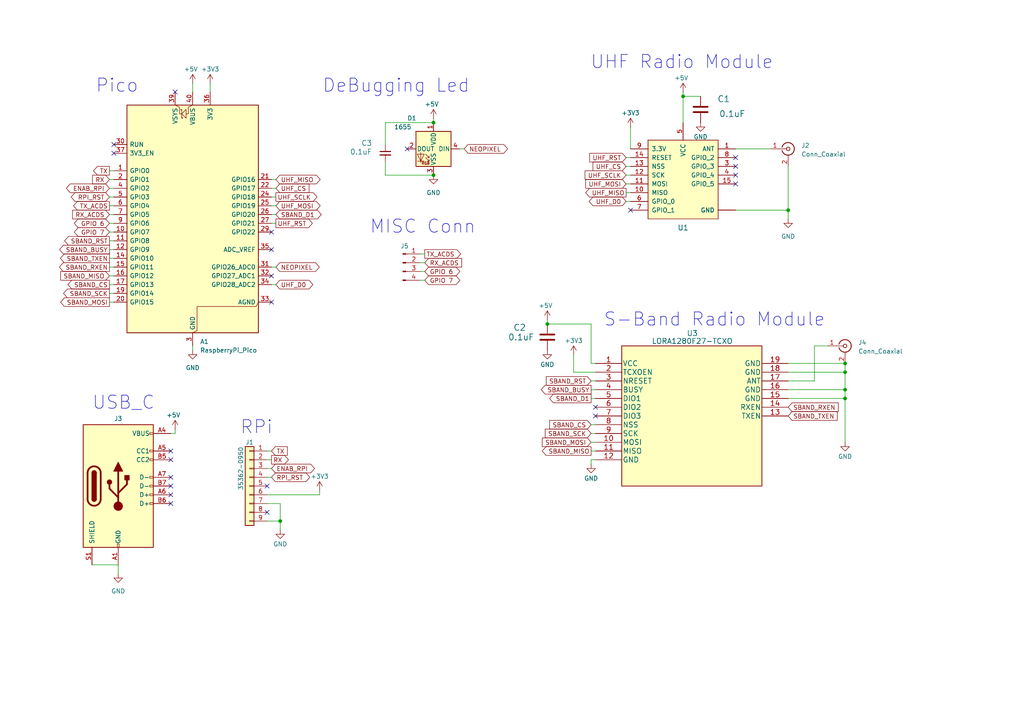
<source format=kicad_sch>
(kicad_sch (version 20250114) (generator "eeschema") (generator_version "9.0")
  (paper "A4")
  (lib_symbols
    (symbol "Connector:Conn_01x04_Pin" (pin_names (offset 1.016) (hide yes))
      (property "Reference" "J" (at 0 5.08 0))
      (property "Value" "Conn_01x04_Pin" (at 0 -7.62 0))
      (symbol "Conn_01x04_Pin_1_1"
        (rectangle (start 0.8636 2.667) (end 0 2.413) (stroke (width 0.1524)) (fill (type outline)))
        (rectangle (start 0.8636 0.127) (end 0 -0.127) (stroke (width 0.1524)) (fill (type outline)))
        (rectangle (start 0.8636 -2.413) (end 0 -2.667) (stroke (width 0.1524)) (fill (type outline)))
        (rectangle (start 0.8636 -4.953) (end 0 -5.207) (stroke (width 0.1524)) (fill (type outline)))
        (polyline (pts (xy 1.27 2.54) (xy 0.8636 2.54)) (stroke (width 0.1524)))
        (polyline (pts (xy 1.27 0) (xy 0.8636 0)) (stroke (width 0.1524)))
        (polyline (pts (xy 1.27 -2.54) (xy 0.8636 -2.54)) (stroke (width 0.1524)))
        (polyline (pts (xy 1.27 -5.08) (xy 0.8636 -5.08)) (stroke (width 0.1524)))
        (pin passive line (at 5.08 2.54 180) (length 3.81) (name "Pin_1") (number "1"))
        (pin passive line (at 5.08 0 180) (length 3.81) (name "Pin_2") (number "2"))
        (pin passive line (at 5.08 -2.54 180) (length 3.81) (name "Pin_3") (number "3"))
        (pin passive line (at 5.08 -5.08 180) (length 3.81) (name "Pin_4") (number "4"))
      )
    )
    (symbol "Connector:Conn_Coaxial" (pin_names (offset 1.016) (hide yes))
      (property "Reference" "J" (at 0.254 3.048 0))
      (property "Value" "Conn_Coaxial" (at 2.921 0 90))
      (symbol "Conn_Coaxial_0_1"
        (polyline (pts (xy -2.54 0) (xy -0.508 0)))
        (arc (start 1.778 0) (mid 0.222 -1.8079) (end -1.778 -0.508) (stroke (width 0.254)))
        (arc (start -1.778 0.508) (mid 0.2221 1.8084) (end 1.778 0) (stroke (width 0.254)))
        (circle (center 0 0) (radius 0.508) (stroke (width 0.2032)))
        (polyline (pts (xy 0 -2.54) (xy 0 -1.778)))
      )
      (symbol "Conn_Coaxial_1_1"
        (pin passive line (at -5.08 0 0) (length 2.54) (name "In") (number "1"))
        (pin passive line (at 0 -5.08 90) (length 2.54) (name "Ext") (number "2"))
      )
    )
    (symbol "Connector:USB_C_Receptacle_USB2.0_14P" (pin_names (offset 1.016))
      (property "Reference" "J" (at 0 22.225 0))
      (property "Value" "USB_C_Receptacle_USB2.0_14P" (at 0 19.685 0))
      (symbol "USB_C_Receptacle_USB2.0_14P_0_0"
        (rectangle (start -0.254 -17.78) (end 0.254 -16.764))
        (rectangle (start 10.16 15.494) (end 9.144 14.986))
        (rectangle (start 10.16 10.414) (end 9.144 9.906))
        (rectangle (start 10.16 7.874) (end 9.144 7.366))
        (rectangle (start 10.16 2.794) (end 9.144 2.286))
        (rectangle (start 10.16 0.254) (end 9.144 -0.254))
        (rectangle (start 10.16 -2.286) (end 9.144 -2.794))
        (rectangle (start 10.16 -4.826) (end 9.144 -5.334))
      )
      (symbol "USB_C_Receptacle_USB2.0_14P_0_1"
        (rectangle (start -10.16 17.78) (end 10.16 -17.78) (stroke (width 0.254)) (fill (type background)))
        (polyline (pts (xy -8.89 -3.81) (xy -8.89 3.81)) (stroke (width 0.508)))
        (rectangle (start -7.62 -3.81) (end -6.35 3.81) (stroke (width 0.254)) (fill (type outline)))
        (arc (start -7.62 3.81) (mid -6.985 4.4423) (end -6.35 3.81) (stroke (width 0.254)))
        (arc (start -7.62 3.81) (mid -6.985 4.4423) (end -6.35 3.81) (stroke (width 0.254)) (fill (type outline)))
        (arc (start -8.89 3.81) (mid -6.985 5.7067) (end -5.08 3.81) (stroke (width 0.508)))
        (arc (start -5.08 -3.81) (mid -6.985 -5.7067) (end -8.89 -3.81) (stroke (width 0.508)))
        (arc (start -6.35 -3.81) (mid -6.985 -4.4423) (end -7.62 -3.81) (stroke (width 0.254)))
        (arc (start -6.35 -3.81) (mid -6.985 -4.4423) (end -7.62 -3.81) (stroke (width 0.254)) (fill (type outline)))
        (polyline (pts (xy -5.08 3.81) (xy -5.08 -3.81)) (stroke (width 0.508)))
        (circle (center -2.54 1.143) (radius 0.635) (stroke (width 0.254)) (fill (type outline)))
        (polyline (pts (xy -1.27 4.318) (xy 0 6.858) (xy 1.27 4.318) (xy -1.27 4.318)) (stroke (width 0.254)) (fill (type outline)))
        (polyline (pts (xy 0 -2.032) (xy 2.54 0.508) (xy 2.54 1.778)) (stroke (width 0.508)))
        (polyline (pts (xy 0 -3.302) (xy -2.54 -0.762) (xy -2.54 0.508)) (stroke (width 0.508)))
        (polyline (pts (xy 0 -5.842) (xy 0 4.318)) (stroke (width 0.508)))
        (circle (center 0 -5.842) (radius 1.27) (fill (type outline)))
        (rectangle (start 1.905 1.778) (end 3.175 3.048) (stroke (width 0.254)) (fill (type outline)))
      )
      (symbol "USB_C_Receptacle_USB2.0_14P_1_1"
        (pin passive line (at -7.62 -22.86 90) (length 5.08) (name "SHIELD") (number "S1"))
        (pin passive line (at 0 -22.86 90) (length 5.08) (name "GND") (number "A1"))
        (pin passive line (at 0 -22.86 90) (length 5.08) (hide yes) (name "GND") (number "A12"))
        (pin passive line (at 0 -22.86 90) (length 5.08) (hide yes) (name "GND") (number "B1"))
        (pin passive line (at 0 -22.86 90) (length 5.08) (hide yes) (name "GND") (number "B12"))
        (pin passive line (at 15.24 15.24 180) (length 5.08) (name "VBUS") (number "A4"))
        (pin passive line (at 15.24 15.24 180) (length 5.08) (hide yes) (name "VBUS") (number "A9"))
        (pin passive line (at 15.24 15.24 180) (length 5.08) (hide yes) (name "VBUS") (number "B4"))
        (pin passive line (at 15.24 15.24 180) (length 5.08) (hide yes) (name "VBUS") (number "B9"))
        (pin bidirectional line (at 15.24 10.16 180) (length 5.08) (name "CC1") (number "A5"))
        (pin bidirectional line (at 15.24 7.62 180) (length 5.08) (name "CC2") (number "B5"))
        (pin bidirectional line (at 15.24 2.54 180) (length 5.08) (name "D-") (number "A7"))
        (pin bidirectional line (at 15.24 0 180) (length 5.08) (name "D-") (number "B7"))
        (pin bidirectional line (at 15.24 -2.54 180) (length 5.08) (name "D+") (number "A6"))
        (pin bidirectional line (at 15.24 -5.08 180) (length 5.08) (name "D+") (number "B6"))
      )
    )
    (symbol "Connector_Generic:Conn_01x09" (pin_names (offset 1.016) (hide yes))
      (property "Reference" "J" (at 0 12.7 0))
      (property "Value" "Conn_01x09" (at 0 -12.7 0))
      (symbol "Conn_01x09_1_1"
        (rectangle (start -1.27 11.43) (end 1.27 -11.43) (stroke (width 0.254)) (fill (type background)))
        (rectangle (start -1.27 10.287) (end 0 10.033) (stroke (width 0.1524)))
        (rectangle (start -1.27 7.747) (end 0 7.493) (stroke (width 0.1524)))
        (rectangle (start -1.27 5.207) (end 0 4.953) (stroke (width 0.1524)))
        (rectangle (start -1.27 2.667) (end 0 2.413) (stroke (width 0.1524)))
        (rectangle (start -1.27 0.127) (end 0 -0.127) (stroke (width 0.1524)))
        (rectangle (start -1.27 -2.413) (end 0 -2.667) (stroke (width 0.1524)))
        (rectangle (start -1.27 -4.953) (end 0 -5.207) (stroke (width 0.1524)))
        (rectangle (start -1.27 -7.493) (end 0 -7.747) (stroke (width 0.1524)))
        (rectangle (start -1.27 -10.033) (end 0 -10.287) (stroke (width 0.1524)))
        (pin passive line (at -5.08 10.16 0) (length 3.81) (name "Pin_1") (number "1"))
        (pin passive line (at -5.08 7.62 0) (length 3.81) (name "Pin_2") (number "2"))
        (pin passive line (at -5.08 5.08 0) (length 3.81) (name "Pin_3") (number "3"))
        (pin passive line (at -5.08 2.54 0) (length 3.81) (name "Pin_4") (number "4"))
        (pin passive line (at -5.08 0 0) (length 3.81) (name "Pin_5") (number "5"))
        (pin passive line (at -5.08 -2.54 0) (length 3.81) (name "Pin_6") (number "6"))
        (pin passive line (at -5.08 -5.08 0) (length 3.81) (name "Pin_7") (number "7"))
        (pin passive line (at -5.08 -7.62 0) (length 3.81) (name "Pin_8") (number "8"))
        (pin passive line (at -5.08 -10.16 0) (length 3.81) (name "Pin_9") (number "9"))
      )
    )
    (symbol "Device:C" (pin_numbers (hide yes)) (pin_names (offset 0.254))
      (property "Reference" "C" (at 0.635 2.54 0))
      (property "Value" "C" (at 0.635 -2.54 0))
      (symbol "C_0_1"
        (polyline (pts (xy -2.032 0.762) (xy 2.032 0.762)) (stroke (width 0.508)))
        (polyline (pts (xy -2.032 -0.762) (xy 2.032 -0.762)) (stroke (width 0.508)))
      )
      (symbol "C_1_1"
        (pin passive line (at 0 3.81 270) (length 2.794) (name "~") (number "1"))
        (pin passive line (at 0 -3.81 90) (length 2.794) (name "~") (number "2"))
      )
    )
    (symbol "Device:C_Small" (pin_numbers (hide yes)) (pin_names (offset 0.254) (hide yes))
      (property "Reference" "C" (at 0.254 1.778 0))
      (property "Value" "C_Small" (at 0.254 -2.032 0))
      (symbol "C_Small_0_1"
        (polyline (pts (xy -1.524 0.508) (xy 1.524 0.508)) (stroke (width 0.3048)))
        (polyline (pts (xy -1.524 -0.508) (xy 1.524 -0.508)) (stroke (width 0.3302)))
      )
      (symbol "C_Small_1_1"
        (pin passive line (at 0 2.54 270) (length 2.032) (name "~") (number "1"))
        (pin passive line (at 0 -2.54 90) (length 2.032) (name "~") (number "2"))
      )
    )
    (symbol "LED:WS2812B" (pin_names (offset 0.254))
      (property "Reference" "D" (at 5.08 5.715 0))
      (property "Value" "WS2812B" (at 1.27 -5.715 0))
      (symbol "WS2812B_0_0"
        (text "RGB" (at 2.286 -4.191 0) (effects (font (size 0.762 0.762))))
      )
      (symbol "WS2812B_0_1"
        (polyline (pts (xy 1.27 -2.54) (xy 1.778 -2.54)))
        (polyline (pts (xy 1.27 -3.556) (xy 1.778 -3.556)))
        (polyline (pts (xy 2.286 -1.524) (xy 1.27 -2.54) (xy 1.27 -2.032)))
        (polyline (pts (xy 2.286 -2.54) (xy 1.27 -3.556) (xy 1.27 -3.048)))
        (polyline (pts (xy 3.683 -1.016) (xy 3.683 -3.556) (xy 3.683 -4.064)))
        (polyline (pts (xy 4.699 -1.524) (xy 2.667 -1.524) (xy 3.683 -3.556) (xy 4.699 -1.524)))
        (polyline (pts (xy 4.699 -3.556) (xy 2.667 -3.556)))
        (rectangle (start 5.08 5.08) (end -5.08 -5.08) (stroke (width 0.254)) (fill (type background)))
      )
      (symbol "WS2812B_1_1"
        (pin input line (at -7.62 0 0) (length 2.54) (name "DIN") (number "4"))
        (pin power_in line (at 0 7.62 270) (length 2.54) (name "VDD") (number "1"))
        (pin power_in line (at 0 -7.62 90) (length 2.54) (name "VSS") (number "3"))
        (pin output line (at 7.62 0 180) (length 2.54) (name "DOUT") (number "2"))
      )
    )
    (symbol "MCU_Module:RaspberryPi_Pico" (pin_names (offset 0.762))
      (property "Reference" "A" (at -19.05 35.56 0))
      (property "Value" "RaspberryPi_Pico" (at 7.62 35.56 0))
      (symbol "RaspberryPi_Pico_0_1"
        (rectangle (start -19.05 34.29) (end 19.05 -31.75) (stroke (width 0.254)) (fill (type background)))
        (polyline (pts (xy -5.08 34.29) (xy -3.81 33.655) (xy -3.81 31.75) (xy -3.175 31.75)))
        (polyline (pts (xy -3.429 32.766) (xy -3.429 33.02) (xy -3.175 33.02) (xy -3.175 30.48) (xy -2.921 30.48) (xy -2.921 30.734)))
        (polyline (pts (xy -3.175 31.75) (xy -1.905 33.02) (xy -1.905 30.48) (xy -3.175 31.75)))
        (polyline (pts (xy 0 34.29) (xy -1.27 33.655) (xy -1.27 31.75) (xy -1.905 31.75)))
        (polyline (pts (xy 0 -31.75) (xy 1.27 -31.115) (xy 1.27 -24.13) (xy 18.415 -24.13) (xy 19.05 -22.86)))
      )
      (symbol "RaspberryPi_Pico_1_1"
        (pin passive line (at -22.86 22.86 0) (length 3.81) (name "RUN") (number "30"))
        (pin passive line (at -22.86 20.32 0) (length 3.81) (name "3V3_EN") (number "37"))
        (pin bidirectional line (at -22.86 15.24 0) (length 3.81) (name "GPIO0") (number "1"))
        (pin bidirectional line (at -22.86 12.7 0) (length 3.81) (name "GPIO1") (number "2"))
        (pin bidirectional line (at -22.86 10.16 0) (length 3.81) (name "GPIO2") (number "4"))
        (pin bidirectional line (at -22.86 7.62 0) (length 3.81) (name "GPIO3") (number "5"))
        (pin bidirectional line (at -22.86 5.08 0) (length 3.81) (name "GPIO4") (number "6"))
        (pin bidirectional line (at -22.86 2.54 0) (length 3.81) (name "GPIO5") (number "7"))
        (pin bidirectional line (at -22.86 0 0) (length 3.81) (name "GPIO6") (number "9"))
        (pin bidirectional line (at -22.86 -2.54 0) (length 3.81) (name "GPIO7") (number "10"))
        (pin bidirectional line (at -22.86 -5.08 0) (length 3.81) (name "GPIO8") (number "11"))
        (pin bidirectional line (at -22.86 -7.62 0) (length 3.81) (name "GPIO9") (number "12"))
        (pin bidirectional line (at -22.86 -10.16 0) (length 3.81) (name "GPIO10") (number "14"))
        (pin bidirectional line (at -22.86 -12.7 0) (length 3.81) (name "GPIO11") (number "15"))
        (pin bidirectional line (at -22.86 -15.24 0) (length 3.81) (name "GPIO12") (number "16"))
        (pin bidirectional line (at -22.86 -17.78 0) (length 3.81) (name "GPIO13") (number "17"))
        (pin bidirectional line (at -22.86 -20.32 0) (length 3.81) (name "GPIO14") (number "19"))
        (pin bidirectional line (at -22.86 -22.86 0) (length 3.81) (name "GPIO15") (number "20"))
        (pin power_in line (at -5.08 38.1 270) (length 3.81) (name "VSYS") (number "39"))
        (pin power_out line (at 0 38.1 270) (length 3.81) (name "VBUS") (number "40"))
        (pin passive line (at 0 -35.56 90) (length 3.81) (hide yes) (name "GND") (number "13"))
        (pin passive line (at 0 -35.56 90) (length 3.81) (hide yes) (name "GND") (number "18"))
        (pin passive line (at 0 -35.56 90) (length 3.81) (hide yes) (name "GND") (number "23"))
        (pin passive line (at 0 -35.56 90) (length 3.81) (hide yes) (name "GND") (number "28"))
        (pin power_out line (at 0 -35.56 90) (length 3.81) (name "GND") (number "3"))
        (pin passive line (at 0 -35.56 90) (length 3.81) (hide yes) (name "GND") (number "38"))
        (pin passive line (at 0 -35.56 90) (length 3.81) (hide yes) (name "GND") (number "8"))
        (pin power_out line (at 5.08 38.1 270) (length 3.81) (name "3V3") (number "36"))
        (pin bidirectional line (at 22.86 12.7 180) (length 3.81) (name "GPIO16") (number "21"))
        (pin bidirectional line (at 22.86 10.16 180) (length 3.81) (name "GPIO17") (number "22"))
        (pin bidirectional line (at 22.86 7.62 180) (length 3.81) (name "GPIO18") (number "24"))
        (pin bidirectional line (at 22.86 5.08 180) (length 3.81) (name "GPIO19") (number "25"))
        (pin bidirectional line (at 22.86 2.54 180) (length 3.81) (name "GPIO20") (number "26"))
        (pin bidirectional line (at 22.86 0 180) (length 3.81) (name "GPIO21") (number "27"))
        (pin bidirectional line (at 22.86 -2.54 180) (length 3.81) (name "GPIO22") (number "29"))
        (pin power_in line (at 22.86 -7.62 180) (length 3.81) (name "ADC_VREF") (number "35"))
        (pin bidirectional line (at 22.86 -12.7 180) (length 3.81) (name "GPIO26_ADC0") (number "31"))
        (pin bidirectional line (at 22.86 -15.24 180) (length 3.81) (name "GPIO27_ADC1") (number "32"))
        (pin bidirectional line (at 22.86 -17.78 180) (length 3.81) (name "GPIO28_ADC2") (number "34"))
        (pin power_out line (at 22.86 -22.86 180) (length 3.81) (name "AGND") (number "33"))
      )
    )
    (symbol "power:+3V3" (power) (pin_numbers (hide yes)) (pin_names (offset 0) (hide yes))
      (property "Value" "+3V3" (at 0 3.556 0))
      (symbol "+3V3_0_1"
        (polyline (pts (xy -0.762 1.27) (xy 0 2.54)))
        (polyline (pts (xy 0 2.54) (xy 0.762 1.27)))
        (polyline (pts (xy 0 0) (xy 0 2.54)))
      )
      (symbol "+3V3_1_1"
        (pin power_in line (at 0 0 90) (length 0) (name "~") (number "1"))
      )
    )
    (symbol "power:+5V" (power) (pin_numbers (hide yes)) (pin_names (offset 0) (hide yes))
      (property "Value" "+5V" (at 0 3.556 0))
      (symbol "+5V_0_1"
        (polyline (pts (xy -0.762 1.27) (xy 0 2.54)))
        (polyline (pts (xy 0 2.54) (xy 0.762 1.27)))
        (polyline (pts (xy 0 0) (xy 0 2.54)))
      )
      (symbol "+5V_1_1"
        (pin power_in line (at 0 0 90) (length 0) (name "~") (number "1"))
      )
    )
    (symbol "power:GND" (power) (pin_numbers (hide yes)) (pin_names (offset 0) (hide yes))
      (property "Value" "GND" (at 0 -3.81 0))
      (symbol "GND_0_1"
        (polyline (pts (xy 0 0) (xy 0 -1.27) (xy 1.27 -1.27) (xy 0 -2.54) (xy -1.27 -1.27) (xy 0 -1.27)))
      )
      (symbol "GND_1_1"
        (pin power_in line (at 0 0 270) (length 0) (name "~") (number "1"))
      )
    )
    (symbol "ssi_IC:LORA1280F27-TCXO" (pin_names (offset 0.254))
      (property "Reference" "U" (at 27.94 10.16 0))
      (property "Value" "LoRa1280F27-TCXO" (at 27.94 7.62 0))
      (property "Datasheet" "https://file.fomille.site/1260815565112336386/1650759420204007426.pdf" (at 0 0 0))
      (symbol "LORA1280F27-TCXO_1_0"
        (pin bidirectional line (at 55.88 -5.08 180) (length 7.62) (name "ANT") (number "17"))
      )
      (symbol "LORA1280F27-TCXO_1_1"
        (rectangle (start 7.62 5.08) (end 48.26 -35.56) (stroke (width 0.254)) (fill (type background)))
        (pin power_in line (at 0 0 0) (length 7.62) (name "VCC") (number "1"))
        (pin input line (at 0 -2.54 0) (length 7.62) (name "TCXOEN") (number "2"))
        (pin input line (at 0 -5.08 0) (length 7.62) (name "NRESET") (number "3"))
        (pin output line (at 0 -7.62 0) (length 7.62) (name "BUSY") (number "4"))
        (pin output line (at 0 -10.16 0) (length 7.62) (name "DIO1") (number "5"))
        (pin output line (at 0 -12.7 0) (length 7.62) (name "DIO2") (number "6"))
        (pin output line (at 0 -15.24 0) (length 7.62) (name "DIO3") (number "7"))
        (pin input line (at 0 -17.78 0) (length 7.62) (name "NSS") (number "8"))
        (pin input line (at 0 -20.32 0) (length 7.62) (name "SCK") (number "9"))
        (pin input line (at 0 -22.86 0) (length 7.62) (name "MOSI") (number "10"))
        (pin output line (at 0 -25.4 0) (length 7.62) (name "MISO") (number "11"))
        (pin power_in line (at 0 -27.94 0) (length 7.62) (name "GND") (number "12"))
        (pin power_in line (at 55.88 0 180) (length 7.62) (name "GND") (number "19"))
        (pin power_in line (at 55.88 -2.54 180) (length 7.62) (name "GND") (number "18"))
        (pin power_in line (at 55.88 -7.62 180) (length 7.62) (name "GND") (number "16"))
        (pin power_in line (at 55.88 -10.16 180) (length 7.62) (name "GND") (number "15"))
        (pin input line (at 55.88 -12.7 180) (length 7.62) (name "RXEN") (number "14"))
        (pin input line (at 55.88 -15.24 180) (length 7.62) (name "TXEN") (number "13"))
      )
    )
    (symbol "ssi_IC:RFM98PW" (pin_names (offset 1.016))
      (property "Reference" "U1" (at 2.54 -15.24 0))
      (symbol "RFM98PW_0_1"
        (rectangle (start -7.62 10.16) (end 12.7 -12.7) (fill (type color) (color 255 255 194 1)))
      )
      (symbol "RFM98PW_1_0"
        (polyline (pts (xy -7.62 10.16) (xy 12.7 10.16)))
        (polyline (pts (xy -7.62 -12.7) (xy -7.62 10.16)))
        (polyline (pts (xy 12.7 10.16) (xy 12.7 -12.7)))
        (pin power_in line (at -12.7 7.62 0) (length 5.08) (name "3.3V") (number "9"))
        (pin bidirectional line (at -12.7 5.08 0) (length 5.08) (name "RESET") (number "14"))
        (pin bidirectional line (at -12.7 2.54 0) (length 5.08) (name "NSS") (number "13"))
        (pin input line (at -12.7 0 0) (length 5.08) (name "SCK") (number "12"))
        (pin input line (at -12.7 -2.54 0) (length 5.08) (name "MOSI") (number "11"))
        (pin output line (at -12.7 -5.08 0) (length 5.08) (name "MISO") (number "10"))
        (pin bidirectional line (at -12.7 -7.62 0) (length 5.08) (name "GPIO_0") (number "6"))
        (pin bidirectional line (at -12.7 -10.16 0) (length 5.08) (name "GPIO_1") (number "7"))
        (pin power_in line (at 2.54 15.24 270) (length 5.08) (name "VCC") (number "5"))
        (pin bidirectional line (at 17.78 7.62 180) (length 5.08) (name "ANT") (number "1"))
        (pin bidirectional line (at 17.78 5.08 180) (length 5.08) (name "GPIO_2") (number "8"))
        (pin bidirectional line (at 17.78 2.54 180) (length 5.08) (name "GPIO_3") (number "3"))
        (pin bidirectional line (at 17.78 0 180) (length 5.08) (name "GPIO_4") (number "4"))
        (pin bidirectional line (at 17.78 -2.54 180) (length 5.08) (name "GPIO_5") (number "15"))
        (pin power_in line (at 17.78 -10.16 180) (length 5.08) (name "GND") (number "16"))
        (pin power_in line (at 17.78 -10.16 180) (length 5.08) (hide yes) (name "GND") (number "17"))
        (pin power_in line (at 17.78 -10.16 180) (length 5.08) (name "GND") (number "2"))
      )
    )
  )
  (text "Pico" (at 27.686 27.178 0) (effects (font (size 3.81 3.81)) (justify left bottom)))
  (text "MISC Conn\n" (at 107.188 68.072 0) (effects (font (size 3.81 3.81)) (justify left bottom)))
  (text "RPi\n" (at 69.596 126.238 0) (effects (font (size 3.81 3.81)) (justify left bottom)))
  (text "UHF Radio Module" (at 171.196 20.32 0) (effects (font (size 3.81 3.81)) (justify left bottom)))
  (text "USB_C" (at 26.67 119.126 0) (effects (font (size 3.81 3.81)) (justify left bottom)))
  (text "S-Band Radio Module\n" (at 175.006 94.996 0) (effects (font (size 3.81 3.81)) (justify left bottom)))
  (text "DeBugging Led\n" (at 93.472 27.178 0) (effects (font (size 3.81 3.81)) (justify left bottom)))
  (junction (at 198.12 27.94))
  (junction (at 245.11 115.57))
  (junction (at 125.73 50.8))
  (junction (at 125.73 35.56))
  (junction (at 81.28 151.13))
  (junction (at 245.11 105.41))
  (junction (at 158.75 93.98))
  (junction (at 245.11 113.03))
  (junction (at 245.11 107.95))
  (junction (at 228.6 60.96))
  (no_connect (at 78.74 80.01))
  (no_connect (at 172.72 120.65))
  (no_connect (at 49.53 133.35))
  (no_connect (at 213.36 53.34))
  (no_connect (at 182.88 60.96))
  (no_connect (at 49.53 146.05))
  (no_connect (at 49.53 130.81))
  (no_connect (at 78.74 72.39))
  (no_connect (at 77.47 148.59))
  (no_connect (at 78.74 67.31))
  (no_connect (at 33.02 41.91))
  (no_connect (at 49.53 138.43))
  (no_connect (at 213.36 50.8))
  (no_connect (at 118.11 43.18))
  (no_connect (at 49.53 143.51))
  (no_connect (at 172.72 118.11))
  (no_connect (at 50.8 26.67))
  (no_connect (at 213.36 48.26))
  (no_connect (at 213.36 45.72))
  (no_connect (at 78.74 87.63))
  (no_connect (at 77.47 140.97))
  (no_connect (at 49.53 140.97))
  (no_connect (at 33.02 44.45))
  (wire (pts (xy 92.71 142.24) (xy 92.71 143.51)))
  (wire (pts (xy 31.75 62.23) (xy 33.02 62.23)))
  (wire (pts (xy 228.6 110.49) (xy 236.22 110.49)))
  (wire (pts (xy 171.45 93.98) (xy 158.75 93.98)))
  (wire (pts (xy 77.47 135.89) (xy 78.74 135.89)))
  (wire (pts (xy 31.75 67.31) (xy 33.02 67.31)))
  (wire (pts (xy 34.29 166.37) (xy 34.29 163.83)))
  (wire (pts (xy 228.6 105.41) (xy 245.11 105.41)))
  (wire (pts (xy 123.19 76.2) (xy 121.92 76.2)))
  (wire (pts (xy 228.6 48.26) (xy 228.6 60.96)))
  (wire (pts (xy 181.61 50.8) (xy 182.88 50.8)))
  (wire (pts (xy 31.75 74.93) (xy 33.02 74.93)))
  (wire (pts (xy 228.6 107.95) (xy 245.11 107.95)))
  (wire (pts (xy 31.75 54.61) (xy 33.02 54.61)))
  (wire (pts (xy 182.88 36.83) (xy 182.88 43.18)))
  (wire (pts (xy 92.71 143.51) (xy 77.47 143.51)))
  (wire (pts (xy 166.37 102.87) (xy 166.37 107.95)))
  (wire (pts (xy 77.47 151.13) (xy 81.28 151.13)))
  (wire (pts (xy 60.96 24.13) (xy 60.96 26.67)))
  (wire (pts (xy 245.11 113.03) (xy 245.11 115.57)))
  (wire (pts (xy 228.6 113.03) (xy 245.11 113.03)))
  (wire (pts (xy 78.74 54.61) (xy 80.01 54.61)))
  (wire (pts (xy 181.61 53.34) (xy 182.88 53.34)))
  (wire (pts (xy 111.76 50.8) (xy 125.73 50.8)))
  (wire (pts (xy 31.75 49.53) (xy 33.02 49.53)))
  (wire (pts (xy 81.28 151.13) (xy 81.28 153.67)))
  (wire (pts (xy 198.12 26.67) (xy 198.12 27.94)))
  (wire (pts (xy 55.88 24.13) (xy 55.88 26.67)))
  (wire (pts (xy 245.11 107.95) (xy 245.11 113.03)))
  (wire (pts (xy 31.75 64.77) (xy 33.02 64.77)))
  (wire (pts (xy 111.76 35.56) (xy 125.73 35.56)))
  (wire (pts (xy 31.75 82.55) (xy 33.02 82.55)))
  (wire (pts (xy 111.76 46.99) (xy 111.76 50.8)))
  (wire (pts (xy 31.75 59.69) (xy 33.02 59.69)))
  (wire (pts (xy 111.76 35.56) (xy 111.76 41.91)))
  (wire (pts (xy 31.75 57.15) (xy 33.02 57.15)))
  (wire (pts (xy 158.75 92.71) (xy 158.75 93.98)))
  (wire (pts (xy 245.11 115.57) (xy 245.11 128.27)))
  (wire (pts (xy 181.61 45.72) (xy 182.88 45.72)))
  (wire (pts (xy 171.45 125.73) (xy 172.72 125.73)))
  (wire (pts (xy 133.35 43.18) (xy 134.62 43.18)))
  (wire (pts (xy 31.75 80.01) (xy 33.02 80.01)))
  (wire (pts (xy 78.74 77.47) (xy 80.01 77.47)))
  (wire (pts (xy 77.47 133.35) (xy 78.74 133.35)))
  (wire (pts (xy 121.92 81.28) (xy 123.19 81.28)))
  (wire (pts (xy 181.61 48.26) (xy 182.88 48.26)))
  (wire (pts (xy 171.45 105.41) (xy 171.45 93.98)))
  (wire (pts (xy 80.01 57.15) (xy 78.74 57.15)))
  (wire (pts (xy 166.37 107.95) (xy 172.72 107.95)))
  (wire (pts (xy 81.28 146.05) (xy 81.28 151.13)))
  (wire (pts (xy 228.6 60.96) (xy 228.6 63.5)))
  (wire (pts (xy 171.45 133.35) (xy 172.72 133.35)))
  (wire (pts (xy 78.74 130.81) (xy 77.47 130.81)))
  (wire (pts (xy 171.45 110.49) (xy 172.72 110.49)))
  (wire (pts (xy 31.75 87.63) (xy 33.02 87.63)))
  (wire (pts (xy 55.88 101.6) (xy 55.88 100.33)))
  (wire (pts (xy 171.45 113.03) (xy 172.72 113.03)))
  (wire (pts (xy 121.92 78.74) (xy 123.19 78.74)))
  (wire (pts (xy 213.36 60.96) (xy 228.6 60.96)))
  (wire (pts (xy 78.74 82.55) (xy 80.01 82.55)))
  (wire (pts (xy 78.74 64.77) (xy 80.01 64.77)))
  (wire (pts (xy 171.45 123.19) (xy 172.72 123.19)))
  (wire (pts (xy 203.2 27.94) (xy 198.12 27.94)))
  (wire (pts (xy 171.45 128.27) (xy 172.72 128.27)))
  (wire (pts (xy 50.8 125.73) (xy 50.8 124.46)))
  (wire (pts (xy 77.47 138.43) (xy 78.74 138.43)))
  (wire (pts (xy 80.01 52.07) (xy 78.74 52.07)))
  (wire (pts (xy 181.61 58.42) (xy 182.88 58.42)))
  (wire (pts (xy 171.45 115.57) (xy 172.72 115.57)))
  (wire (pts (xy 77.47 146.05) (xy 81.28 146.05)))
  (wire (pts (xy 236.22 100.33) (xy 236.22 110.49)))
  (wire (pts (xy 125.73 34.29) (xy 125.73 35.56)))
  (wire (pts (xy 80.01 59.69) (xy 78.74 59.69)))
  (wire (pts (xy 236.22 100.33) (xy 240.03 100.33)))
  (wire (pts (xy 213.36 43.18) (xy 223.52 43.18)))
  (wire (pts (xy 26.67 163.83) (xy 34.29 163.83)))
  (wire (pts (xy 78.74 62.23) (xy 80.01 62.23)))
  (wire (pts (xy 181.61 55.88) (xy 182.88 55.88)))
  (wire (pts (xy 31.75 69.85) (xy 33.02 69.85)))
  (wire (pts (xy 198.12 27.94) (xy 198.12 35.56)))
  (wire (pts (xy 31.75 52.07) (xy 33.02 52.07)))
  (wire (pts (xy 49.53 125.73) (xy 50.8 125.73)))
  (wire (pts (xy 31.75 85.09) (xy 33.02 85.09)))
  (wire (pts (xy 171.45 133.35) (xy 171.45 134.62)))
  (wire (pts (xy 228.6 115.57) (xy 245.11 115.57)))
  (wire (pts (xy 245.11 105.41) (xy 245.11 107.95)))
  (wire (pts (xy 171.45 105.41) (xy 172.72 105.41)))
  (wire (pts (xy 31.75 72.39) (xy 33.02 72.39)))
  (wire (pts (xy 31.75 77.47) (xy 33.02 77.47)))
  (wire (pts (xy 171.45 130.81) (xy 172.72 130.81)))
  (wire (pts (xy 123.19 73.66) (xy 121.92 73.66)))
  (global_label "TX_ACDS" (shape output) (at 123.19 73.66 0) (property "Intersheetrefs" "${INTERSHEET_REFS}" (effects (hide yes))))
  (global_label "TX_ACDS" (shape output) (at 31.75 59.69 180) (property "Intersheetrefs" "${INTERSHEET_REFS}" (effects (hide yes))))
  (global_label "SBAND_MISO" (shape output) (at 171.45 130.81 180) (property "Intersheetrefs" "${INTERSHEET_REFS}" (effects (hide yes))))
  (global_label "UHF_RST" (shape input) (at 181.61 45.72 180) (property "Intersheetrefs" "${INTERSHEET_REFS}" (effects (hide yes))))
  (global_label "SBAND_TXEN" (shape output) (at 31.75 74.93 180) (property "Intersheetrefs" "${INTERSHEET_REFS}" (effects (hide yes))))
  (global_label "UHF_SCLK" (shape output) (at 80.01 57.15 0) (property "Intersheetrefs" "${INTERSHEET_REFS}" (effects (hide yes))))
  (global_label "SBAND_D1" (shape bidirectional) (at 80.01 62.23 0) (property "Intersheetrefs" "${INTERSHEET_REFS}" (effects (hide yes))))
  (global_label "UHF_MISO" (shape output) (at 181.61 55.88 180) (property "Intersheetrefs" "${INTERSHEET_REFS}" (effects (hide yes))))
  (global_label "UHF_MISO" (shape bidirectional) (at 80.01 52.07 0) (property "Intersheetrefs" "${INTERSHEET_REFS}" (effects (hide yes))))
  (global_label "UHF_RST" (shape output) (at 80.01 64.77 0) (property "Intersheetrefs" "${INTERSHEET_REFS}" (effects (hide yes))))
  (global_label "UHF_CS" (shape input) (at 80.01 54.61 0) (property "Intersheetrefs" "${INTERSHEET_REFS}" (effects (hide yes))))
  (global_label "SBAND_D1" (shape output) (at 171.45 115.57 180) (property "Intersheetrefs" "${INTERSHEET_REFS}" (effects (hide yes))))
  (global_label "ENAB_RPI" (shape bidirectional) (at 78.74 135.89 0) (property "Intersheetrefs" "${INTERSHEET_REFS}" (effects (hide yes))))
  (global_label "RX" (shape output) (at 78.74 133.35 0) (property "Intersheetrefs" "${INTERSHEET_REFS}" (effects (hide yes))))
  (global_label "RPI_RST" (shape bidirectional) (at 78.74 138.43 0) (property "Intersheetrefs" "${INTERSHEET_REFS}" (effects (hide yes))))
  (global_label "SBAND_SCK" (shape output) (at 31.75 85.09 180) (property "Intersheetrefs" "${INTERSHEET_REFS}" (effects (hide yes))))
  (global_label "SBAND_SCK" (shape input) (at 171.45 125.73 180) (property "Intersheetrefs" "${INTERSHEET_REFS}" (effects (hide yes))))
  (global_label "SBAND_BUSY" (shape output) (at 171.45 113.03 180) (property "Intersheetrefs" "${INTERSHEET_REFS}" (effects (hide yes))))
  (global_label "SBAND_MISO" (shape input) (at 31.75 80.01 180) (property "Intersheetrefs" "${INTERSHEET_REFS}" (effects (hide yes))))
  (global_label "SBAND_RST" (shape output) (at 31.75 69.85 180) (property "Intersheetrefs" "${INTERSHEET_REFS}" (effects (hide yes))))
  (global_label "RPI_RST" (shape bidirectional) (at 31.75 57.15 180) (property "Intersheetrefs" "${INTERSHEET_REFS}" (effects (hide yes))))
  (global_label "RX_ACDS" (shape input) (at 123.19 76.2 0) (property "Intersheetrefs" "${INTERSHEET_REFS}" (effects (hide yes))))
  (global_label "UHF_MOSI" (shape bidirectional) (at 80.01 59.69 0) (property "Intersheetrefs" "${INTERSHEET_REFS}" (effects (hide yes))))
  (global_label "SBAND_BUSY" (shape output) (at 31.75 72.39 180) (property "Intersheetrefs" "${INTERSHEET_REFS}" (effects (hide yes))))
  (global_label "SBAND_MOSI" (shape input) (at 171.45 128.27 180) (property "Intersheetrefs" "${INTERSHEET_REFS}" (effects (hide yes))))
  (global_label "UHF_D0" (shape bidirectional) (at 181.61 58.42 180) (property "Intersheetrefs" "${INTERSHEET_REFS}" (effects (hide yes))))
  (global_label "RX" (shape input) (at 31.75 52.07 180) (property "Intersheetrefs" "${INTERSHEET_REFS}" (effects (hide yes))))
  (global_label "SBAND_RST" (shape input) (at 171.45 110.49 180) (property "Intersheetrefs" "${INTERSHEET_REFS}" (effects (hide yes))))
  (global_label "GPIO 6" (shape bidirectional) (at 31.75 64.77 180) (property "Intersheetrefs" "${INTERSHEET_REFS}" (effects (hide yes))))
  (global_label "UHF_CS" (shape input) (at 181.61 48.26 180) (property "Intersheetrefs" "${INTERSHEET_REFS}" (effects (hide yes))))
  (global_label "RX_ACDS" (shape input) (at 31.75 62.23 180) (property "Intersheetrefs" "${INTERSHEET_REFS}" (effects (hide yes))))
  (global_label "GPIO 7" (shape bidirectional) (at 123.19 81.28 0) (property "Intersheetrefs" "${INTERSHEET_REFS}" (effects (hide yes))))
  (global_label "SBAND_CS" (shape input) (at 171.45 123.19 180) (property "Intersheetrefs" "${INTERSHEET_REFS}" (effects (hide yes))))
  (global_label "SBAND_CS" (shape output) (at 31.75 82.55 180) (property "Intersheetrefs" "${INTERSHEET_REFS}" (effects (hide yes))))
  (global_label "SBAND_MOSI" (shape output) (at 31.75 87.63 180) (property "Intersheetrefs" "${INTERSHEET_REFS}" (effects (hide yes))))
  (global_label "NEOPIXEL" (shape bidirectional) (at 80.01 77.47 0) (property "Intersheetrefs" "${INTERSHEET_REFS}" (effects (hide yes))))
  (global_label "SBAND_RXEN" (shape output) (at 31.75 77.47 180) (property "Intersheetrefs" "${INTERSHEET_REFS}" (effects (hide yes))))
  (global_label "ENAB_RPI" (shape bidirectional) (at 31.75 54.61 180) (property "Intersheetrefs" "${INTERSHEET_REFS}" (effects (hide yes))))
  (global_label "TX" (shape output) (at 31.75 49.53 180) (property "Intersheetrefs" "${INTERSHEET_REFS}" (effects (hide yes))))
  (global_label "UHF_SCLK" (shape input) (at 181.61 50.8 180) (property "Intersheetrefs" "${INTERSHEET_REFS}" (effects (hide yes))))
  (global_label "TX" (shape input) (at 78.74 130.81 0) (property "Intersheetrefs" "${INTERSHEET_REFS}" (effects (hide yes))))
  (global_label "GPIO 6" (shape bidirectional) (at 123.19 78.74 0) (property "Intersheetrefs" "${INTERSHEET_REFS}" (effects (hide yes))))
  (global_label "SBAND_TXEN" (shape input) (at 228.6 120.65 0) (property "Intersheetrefs" "${INTERSHEET_REFS}" (effects (hide yes))))
  (global_label "SBAND_RXEN" (shape input) (at 228.6 118.11 0) (property "Intersheetrefs" "${INTERSHEET_REFS}" (effects (hide yes))))
  (global_label "UHF_D0" (shape bidirectional) (at 80.01 82.55 0) (property "Intersheetrefs" "${INTERSHEET_REFS}" (effects (hide yes))))
  (global_label "NEOPIXEL" (shape bidirectional) (at 134.62 43.18 0) (property "Intersheetrefs" "${INTERSHEET_REFS}" (effects (hide yes))))
  (global_label "UHF_MOSI" (shape input) (at 181.61 53.34 180) (property "Intersheetrefs" "${INTERSHEET_REFS}" (effects (hide yes))))
  (global_label "GPIO 7" (shape bidirectional) (at 31.75 67.31 180) (property "Intersheetrefs" "${INTERSHEET_REFS}" (effects (hide yes))))
  (symbol (lib_id "power:+5V") (at 55.88 24.13 0) (unit 1)
    (property "Reference" "#PWR05" (effects (hide yes)))
    (property "Value" "+5V" (at 55.372 20.066 0))
    (property "Description" "Power symbol creates a global label with name \"+5V\"" (effects (hide yes)))
  )
  (symbol (lib_id "power:+3V3") (at 166.37 102.87 0) (unit 1)
    (property "Reference" "#PWR018" (effects (hide yes)))
    (property "Value" "+3V3" (at 166.37 98.806 0))
    (property "Description" "Power symbol creates a global label with name \"+3V3\"" (effects (hide yes)))
  )
  (symbol (lib_id "Device:C_Small") (at 111.76 44.45 0) (unit 1)
    (property "Reference" "C3" (at 107.95 40.64 0) (effects (font (size 1.4986 1.4986)) (justify right top)))
    (property "Value" "0.1uF" (at 107.95 43.18 0) (effects (font (size 1.4986 1.4986)) (justify right top)))
    (property "Footprint" "Capacitor_SMD:C_0603_1608Metric" (effects (hide yes)))
    (property "Description" "Unpolarized capacitor, small symbol" (effects (hide yes)))
  )
  (symbol (lib_id "MCU_Module:RaspberryPi_Pico") (at 55.88 64.77 0) (unit 1)
    (property "Reference" "A1" (at 58.0233 99.06 0) (effects (justify left)))
    (property "Value" "RaspberryPi_Pico" (at 58.0233 101.6 0) (effects (justify left)))
    (property "Footprint" "Module:RaspberryPi_Pico_Common_THT" (effects (hide yes)))
    (property "Datasheet" "https://datasheets.raspberrypi.com/pico/pico-datasheet.pdf" (effects (hide yes)))
    (property "Description" "Versatile and inexpensive microcontroller module powered by RP2040 dual-core Arm Cortex-M0+ processor up to 133 MHz, 264kB SRAM, 2MB QSPI flash; also supports Raspberry Pi Pico 2" (effects (hide yes)))
  )
  (symbol (lib_id "power:+5V") (at 198.12 26.67 0) (unit 1)
    (property "Reference" "#PWR015" (effects (hide yes)))
    (property "Value" "+5V" (at 197.612 22.606 0))
    (property "Description" "Power symbol creates a global label with name \"+5V\"" (effects (hide yes)))
  )
  (symbol (lib_id "power:GND") (at 203.2 35.56 0) (unit 1)
    (property "Reference" "#PWR010" (effects (hide yes)))
    (property "Value" "GND" (at 203.2 39.6955 0))
    (property "Description" "Power symbol creates a global label with name \"GND\" , ground" (effects (hide yes)))
  )
  (symbol (lib_id "Connector:Conn_Coaxial") (at 245.11 100.33 0) (unit 1)
    (property "Reference" "J4" (at 248.92 99.3531 0) (effects (justify left)))
    (property "Value" "Conn_Coaxial" (at 248.92 101.8931 0) (effects (justify left)))
    (property "Footprint" "ssi_connector:SMA_Amphenol_901-144_horizontal" (effects (hide yes)))
    (property "Description" "coaxial connector (BNC, SMA, SMB, SMC, Cinch/RCA, LEMO, ...)" (effects (hide yes)))
  )
  (symbol (lib_id "Device:C") (at 158.75 97.79 0) (unit 1)
    (property "Reference" "C2" (at 148.844 94.996 0) (effects (font (size 1.778 1.778)) (justify left)))
    (property "Value" "0.1uF" (at 147.32 97.79 0) (effects (font (size 1.778 1.778)) (justify left)))
    (property "Footprint" "Capacitor_SMD:C_0603_1608Metric" (effects (hide yes)))
    (property "Description" "Unpolarized capacitor" (effects (hide yes)))
  )
  (symbol (lib_id "power:GND") (at 81.28 153.67 0) (mirror y) (unit 1)
    (property "Reference" "#PWR08" (effects (hide yes)))
    (property "Value" "GND" (at 81.28 157.8055 0))
    (property "Description" "Power symbol creates a global label with name \"GND\" , ground" (effects (hide yes)))
  )
  (symbol (lib_id "Connector:USB_C_Receptacle_USB2.0_14P") (at 34.29 140.97 0) (unit 1)
    (property "Reference" "J3" (at 34.29 121.412 0))
    (property "Value" "USB_C_Receptacle_USB2.0_14P" (effects (hide yes)))
    (property "Footprint" "ssi_connector:USB_C_Receptacle_XKB_U262-161N-4BVC11" (effects (hide yes)))
    (property "Datasheet" "https://www.usb.org/sites/default/files/documents/usb_type-c.zip" (effects (hide yes)))
    (property "Description" "USB 2.0-only 14P Type-C Receptacle connector" (effects (hide yes)))
  )
  (symbol (lib_id "power:GND") (at 171.45 134.62 0) (unit 1)
    (property "Reference" "#PWR09" (effects (hide yes)))
    (property "Value" "GND" (at 171.45 138.7555 0))
    (property "Description" "Power symbol creates a global label with name \"GND\" , ground" (effects (hide yes)))
  )
  (symbol (lib_id "Connector_Generic:Conn_01x09") (at 72.39 140.97 0) (mirror y) (unit 1)
    (property "Reference" "J1" (at 72.39 128.27 0))
    (property "Value" "35362-0950" (at 69.85 135.89 90))
    (property "Footprint" "ssi_connector:Molex_35362-0950" (effects (hide yes)))
  )
  (symbol (lib_id "power:+5V") (at 158.75 92.71 0) (unit 1)
    (property "Reference" "#PWR014" (effects (hide yes)))
    (property "Value" "+5V" (at 158.242 88.646 0))
    (property "Description" "Power symbol creates a global label with name \"+5V\"" (effects (hide yes)))
  )
  (symbol (lib_id "power:GND") (at 55.88 101.6 0) (unit 1)
    (property "Reference" "#PWR01" (effects (hide yes)))
    (property "Value" "GND" (at 55.88 106.68 0))
    (property "Description" "Power symbol creates a global label with name \"GND\" , ground" (effects (hide yes)))
  )
  (symbol (lib_id "power:GND") (at 158.75 101.6 0) (unit 1)
    (property "Reference" "#PWR06" (effects (hide yes)))
    (property "Value" "GND" (at 158.75 105.7355 0))
    (property "Description" "Power symbol creates a global label with name \"GND\" , ground" (effects (hide yes)))
  )
  (symbol (lib_id "power:+5V") (at 50.8 124.46 0) (unit 1)
    (property "Reference" "#PWR013" (effects (hide yes)))
    (property "Value" "+5V" (at 50.292 120.396 0))
    (property "Description" "Power symbol creates a global label with name \"+5V\"" (effects (hide yes)))
  )
  (symbol (lib_id "power:GND") (at 34.29 166.37 0) (unit 1)
    (property "Reference" "#PWR02" (effects (hide yes)))
    (property "Value" "GND" (at 34.29 171.45 0))
    (property "Description" "Power symbol creates a global label with name \"GND\" , ground" (effects (hide yes)))
  )
  (symbol (lib_id "Connector:Conn_Coaxial") (at 228.6 43.18 0) (unit 1)
    (property "Reference" "J2" (at 232.41 42.2031 0) (effects (justify left)))
    (property "Value" "Conn_Coaxial" (at 232.41 44.7431 0) (effects (justify left)))
    (property "Footprint" "ssi_connector:SMA_Amphenol_901-144_horizontal" (effects (hide yes)))
    (property "Description" "coaxial connector (BNC, SMA, SMB, SMC, Cinch/RCA, LEMO, ...)" (effects (hide yes)))
  )
  (symbol (lib_id "power:+3V3") (at 92.71 142.24 0) (unit 1)
    (property "Reference" "#PWR017" (effects (hide yes)))
    (property "Value" "+3V3" (at 92.71 138.176 0))
    (property "Description" "Power symbol creates a global label with name \"+3V3\"" (effects (hide yes)))
  )
  (symbol (lib_id "Connector:Conn_01x04_Pin") (at 116.84 76.2 0) (unit 1)
    (property "Reference" "J5" (at 117.348 71.374 0))
    (property "Value" "Conn_01x04_Pin" (effects (hide yes)))
    (property "Footprint" "Connector_PinHeader_2.54mm:PinHeader_1x04_P2.54mm_Vertical" (effects (hide yes)))
    (property "Description" "Generic connector, single row, 01x04, script generated" (effects (hide yes)))
  )
  (symbol (lib_id "power:GND") (at 125.73 50.8 0) (unit 1)
    (property "Reference" "#PWR04" (effects (hide yes)))
    (property "Value" "GND" (at 125.73 55.88 0))
  )
  (symbol (lib_id "LED:WS2812B") (at 125.73 43.18 0) (mirror y) (unit 1)
    (property "Reference" "D1" (at 118.11 34.29 0) (effects (justify right)))
    (property "Value" "1655" (at 114.3 36.83 0) (effects (justify right)))
    (property "Footprint" "LED_SMD:LED_WS2812B_PLCC4_5.0x5.0mm_P3.2mm" (effects (hide yes)))
    (property "Datasheet" "https://cdn-shop.adafruit.com/datasheets/WS2812B.pdf" (effects (hide yes)))
    (property "Description" "RGB LED (Neopixel)" (effects (hide yes)))
    (property "Flight" "SK6812" (effects (hide yes)))
    (property "Manufacturer_Name" "Worldsemi" (effects (hide yes)))
    (property "Manufacturer_Part_Number" "SK6812" (effects (hide yes)))
    (property "Proto" "SK6812" (effects (hide yes)))
  )
  (symbol (lib_id "power:+3V3") (at 182.88 36.83 0) (unit 1)
    (property "Reference" "#PWR019" (effects (hide yes)))
    (property "Value" "+3V3" (at 182.88 32.766 0))
    (property "Description" "Power symbol creates a global label with name \"+3V3\"" (effects (hide yes)))
  )
  (symbol (lib_id "power:GND") (at 228.6 63.5 0) (unit 1)
    (property "Reference" "#PWR03" (effects (hide yes)))
    (property "Value" "GND" (at 228.6 68.58 0))
    (property "Description" "Power symbol creates a global label with name \"GND\" , ground" (effects (hide yes)))
  )
  (symbol (lib_id "Device:C") (at 203.2 31.75 0) (unit 1)
    (property "Reference" "C1" (at 208.026 28.702 0) (effects (font (size 1.778 1.778)) (justify left)))
    (property "Value" "0.1uF" (at 208.534 33.02 0) (effects (font (size 1.778 1.778)) (justify left)))
    (property "Footprint" "Capacitor_SMD:C_0603_1608Metric" (effects (hide yes)))
    (property "Description" "Unpolarized capacitor" (effects (hide yes)))
  )
  (symbol (lib_id "ssi_IC:RFM98PW") (at 195.58 50.8 0) (unit 1)
    (property "Reference" "U1" (at 198.12 66.04 0) (effects (font (size 1.4986 1.4986))))
    (property "Value" "RFM98PW" (effects (hide yes)))
    (property "Footprint" "ssi_IC:RFM98PW" (effects (hide yes)))
    (property "Datasheet" "433 MHz 1W Radio" (effects (hide yes)))
  )
  (symbol (lib_id "power:+5V") (at 125.73 34.29 0) (unit 1)
    (property "Reference" "#PWR07" (effects (hide yes)))
    (property "Value" "+5V" (at 125.222 30.226 0))
    (property "Description" "Power symbol creates a global label with name \"+5V\"" (effects (hide yes)))
  )
  (symbol (lib_id "ssi_IC:LORA1280F27-TCXO") (at 172.72 105.41 0) (unit 1)
    (property "Reference" "U3" (at 200.787 96.6788 0) (effects (font (size 1.524 1.524))))
    (property "Value" "LORA1280F27-TCXO" (at 200.787 98.933 0) (effects (font (size 1.524 1.524))))
    (property "Footprint" "ssi_IC:LORA128XF27" (effects (hide yes)))
    (property "Datasheet" "https://file.fomille.site/1260815565112336386/1650759420204007426.pdf" (effects (hide yes)))
  )
  (symbol (lib_id "power:+3V3") (at 60.96 24.13 0) (unit 1)
    (property "Reference" "#PWR011" (effects (hide yes)))
    (property "Value" "+3V3" (at 60.96 20.066 0))
    (property "Description" "Power symbol creates a global label with name \"+3V3\"" (effects (hide yes)))
  )
  (symbol (lib_id "power:GND") (at 245.11 128.27 0) (unit 1)
    (property "Reference" "#PWR012" (effects (hide yes)))
    (property "Value" "GND" (at 245.11 132.4055 0))
    (property "Description" "Power symbol creates a global label with name \"GND\" , ground" (effects (hide yes)))
  )
)
</source>
